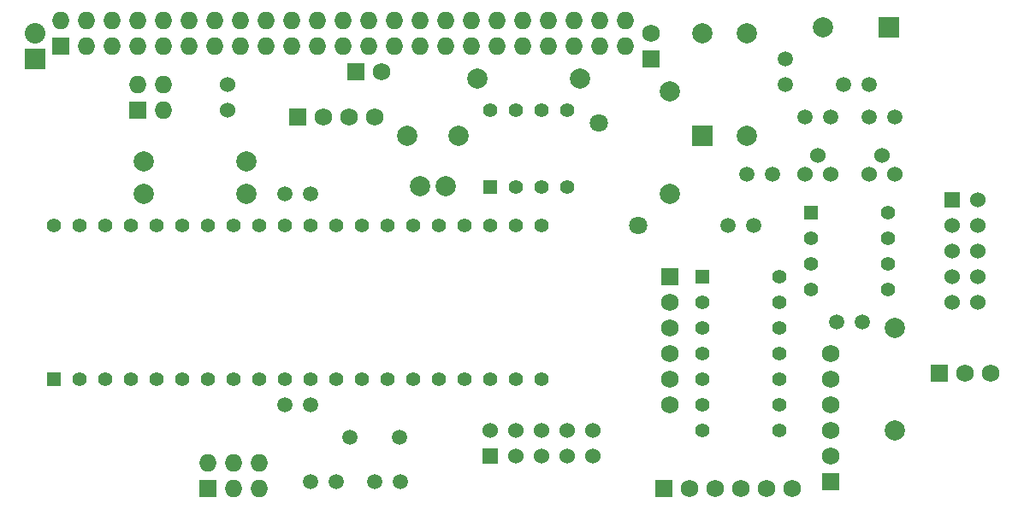
<source format=gbs>
%FSLAX36Y36*%
G04 Gerber Fmt 3.6, Leading zero omitted, Abs format (unit inch)*
G04 Created by KiCad (PCBNEW (2014-jul-16 BZR unknown)-product) date Tue 13 Jan 2015 02:58:16 PM PST*
%MOIN*%
G01*
G04 APERTURE LIST*
%ADD10C,0.003937*%
%ADD11C,0.059100*%
%ADD12C,0.078700*%
%ADD13R,0.078700X0.078700*%
%ADD14C,0.060000*%
%ADD15R,0.068000X0.068000*%
%ADD16C,0.068000*%
%ADD17O,0.068000X0.068000*%
%ADD18R,0.060000X0.060000*%
%ADD19C,0.078740*%
%ADD20R,0.055000X0.055000*%
%ADD21C,0.055000*%
%ADD22R,0.080000X0.080000*%
%ADD23O,0.080000X0.080000*%
%ADD24C,0.070866*%
G04 APERTURE END LIST*
D10*
D11*
X5200000Y-5800000D03*
X5100000Y-5800000D03*
X5350000Y-5800000D03*
X5450000Y-5800000D03*
X5000000Y-5500000D03*
X5100000Y-5500000D03*
X5100000Y-4675000D03*
X5000000Y-4675000D03*
X7250000Y-5175000D03*
X7150000Y-5175000D03*
X6950000Y-4250000D03*
X6950000Y-4150000D03*
X6725000Y-4800000D03*
X6825000Y-4800000D03*
X7125000Y-4375000D03*
X7025000Y-4375000D03*
D12*
X6625000Y-4050000D03*
D13*
X6625000Y-4450000D03*
D14*
X4775000Y-4350000D03*
X4775000Y-4250000D03*
D15*
X7550000Y-5375000D03*
D16*
X7650000Y-5375000D03*
X7750000Y-5375000D03*
D15*
X4425000Y-4350000D03*
D17*
X4425000Y-4250000D03*
X4525000Y-4350000D03*
X4525000Y-4250000D03*
D18*
X7600000Y-4700000D03*
D14*
X7700000Y-4700000D03*
X7600000Y-4800000D03*
X7700000Y-4800000D03*
X7600000Y-4900000D03*
X7700000Y-4900000D03*
X7600000Y-5000000D03*
X7700000Y-5000000D03*
X7600000Y-5100000D03*
X7700000Y-5100000D03*
D15*
X6475000Y-5825000D03*
D16*
X6575000Y-5825000D03*
X6675000Y-5825000D03*
X6775000Y-5825000D03*
X6875000Y-5825000D03*
X6975000Y-5825000D03*
D15*
X7125000Y-5800000D03*
D16*
X7125000Y-5700000D03*
X7125000Y-5600000D03*
X7125000Y-5500000D03*
X7125000Y-5400000D03*
X7125000Y-5300000D03*
D15*
X4700000Y-5825000D03*
D17*
X4700000Y-5725000D03*
X4800000Y-5825000D03*
X4800000Y-5725000D03*
X4900000Y-5825000D03*
X4900000Y-5725000D03*
D15*
X5050000Y-4375000D03*
D16*
X5150000Y-4375000D03*
X5250000Y-4375000D03*
X5350000Y-4375000D03*
D18*
X5800000Y-5700000D03*
D14*
X5800000Y-5600000D03*
X5900000Y-5700000D03*
X5900000Y-5600000D03*
X6000000Y-5700000D03*
X6000000Y-5600000D03*
X6100000Y-5700000D03*
X6100000Y-5600000D03*
X6200000Y-5700000D03*
X6200000Y-5600000D03*
D15*
X4125000Y-4100000D03*
D17*
X4125000Y-4000000D03*
X4225000Y-4100000D03*
X4225000Y-4000000D03*
X4325000Y-4100000D03*
X4325000Y-4000000D03*
X4425000Y-4100000D03*
X4425000Y-4000000D03*
X4525000Y-4100000D03*
X4525000Y-4000000D03*
X4625000Y-4100000D03*
X4625000Y-4000000D03*
X4725000Y-4100000D03*
X4725000Y-4000000D03*
X4825000Y-4100000D03*
X4825000Y-4000000D03*
X4925000Y-4100000D03*
X4925000Y-4000000D03*
X5025000Y-4100000D03*
X5025000Y-4000000D03*
X5125000Y-4100000D03*
X5125000Y-4000000D03*
X5225000Y-4100000D03*
X5225000Y-4000000D03*
X5325000Y-4100000D03*
X5325000Y-4000000D03*
X5425000Y-4100000D03*
X5425000Y-4000000D03*
X5525000Y-4100000D03*
X5525000Y-4000000D03*
X5625000Y-4100000D03*
X5625000Y-4000000D03*
X5725000Y-4100000D03*
X5725000Y-4000000D03*
X5825000Y-4100000D03*
X5825000Y-4000000D03*
X5925000Y-4100000D03*
X5925000Y-4000000D03*
X6025000Y-4100000D03*
X6025000Y-4000000D03*
X6125000Y-4100000D03*
X6125000Y-4000000D03*
X6225000Y-4100000D03*
X6225000Y-4000000D03*
X6325000Y-4100000D03*
X6325000Y-4000000D03*
D12*
X6800000Y-4050000D03*
X6800000Y-4450000D03*
X4450000Y-4675000D03*
X4850000Y-4675000D03*
X4450000Y-4550000D03*
X4850000Y-4550000D03*
X6500000Y-4275000D03*
X6500000Y-4675000D03*
D13*
X7353000Y-4025000D03*
D12*
X7097000Y-4025000D03*
D11*
X5253900Y-5625000D03*
X5446100Y-5625000D03*
D12*
X6150000Y-4225000D03*
X5750000Y-4225000D03*
D19*
X5625000Y-4646850D03*
X5525000Y-4646850D03*
X5675000Y-4450000D03*
X5475000Y-4450000D03*
D11*
X7375000Y-4375000D03*
X7275000Y-4375000D03*
X7175000Y-4250000D03*
X7275000Y-4250000D03*
D20*
X5800000Y-4650000D03*
D21*
X5900000Y-4650000D03*
X6000000Y-4650000D03*
X6100000Y-4650000D03*
X6100000Y-4350000D03*
X6000000Y-4350000D03*
X5900000Y-4350000D03*
X5800000Y-4350000D03*
D20*
X6625000Y-5000000D03*
D21*
X6625000Y-5100000D03*
X6625000Y-5200000D03*
X6625000Y-5300000D03*
X6625000Y-5400000D03*
X6625000Y-5500000D03*
X6625000Y-5600000D03*
X6925000Y-5600000D03*
X6925000Y-5500000D03*
X6925000Y-5400000D03*
X6925000Y-5300000D03*
X6925000Y-5200000D03*
X6925000Y-5100000D03*
X6925000Y-5000000D03*
D20*
X7050000Y-4750000D03*
D21*
X7050000Y-4850000D03*
X7050000Y-4950000D03*
X7050000Y-5050000D03*
X7350000Y-5050000D03*
X7350000Y-4950000D03*
X7350000Y-4850000D03*
X7350000Y-4750000D03*
D14*
X7275000Y-4600000D03*
X7325000Y-4525000D03*
X7375000Y-4600000D03*
D20*
X4100000Y-5400000D03*
D21*
X4200000Y-5400000D03*
X4300000Y-5400000D03*
X4400000Y-5400000D03*
X4500000Y-5400000D03*
X4600000Y-5400000D03*
X4700000Y-5400000D03*
X4800000Y-5400000D03*
X4900000Y-5400000D03*
X5000000Y-5400000D03*
X5100000Y-5400000D03*
X5200000Y-5400000D03*
X5300000Y-5400000D03*
X5400000Y-5400000D03*
X5500000Y-5400000D03*
X5600000Y-5400000D03*
X5700000Y-5400000D03*
X5800000Y-5400000D03*
X5900000Y-5400000D03*
X6000000Y-5400000D03*
X6000000Y-4800000D03*
X5900000Y-4800000D03*
X5800000Y-4800000D03*
X5700000Y-4800000D03*
X5600000Y-4800000D03*
X5500000Y-4800000D03*
X5400000Y-4800000D03*
X5300000Y-4800000D03*
X5200000Y-4800000D03*
X5100000Y-4800000D03*
X5000000Y-4800000D03*
X4900000Y-4800000D03*
X4800000Y-4800000D03*
X4700000Y-4800000D03*
X4600000Y-4800000D03*
X4500000Y-4800000D03*
X4400000Y-4800000D03*
X4300000Y-4800000D03*
X4200000Y-4800000D03*
X4100000Y-4800000D03*
D12*
X7375000Y-5200000D03*
X7375000Y-5600000D03*
D22*
X4025000Y-4150000D03*
D23*
X4025000Y-4050000D03*
D15*
X6425000Y-4150000D03*
D16*
X6425000Y-4050000D03*
D15*
X5275000Y-4200000D03*
D16*
X5375000Y-4200000D03*
D11*
X6900000Y-4600000D03*
X6800000Y-4600000D03*
D14*
X7025000Y-4600000D03*
X7075000Y-4525000D03*
X7125000Y-4600000D03*
D15*
X6500000Y-5000000D03*
D16*
X6500000Y-5100000D03*
X6500000Y-5200000D03*
X6500000Y-5300000D03*
X6500000Y-5400000D03*
X6500000Y-5500000D03*
D24*
X6375787Y-4800197D03*
X6224213Y-4399803D03*
M02*

</source>
